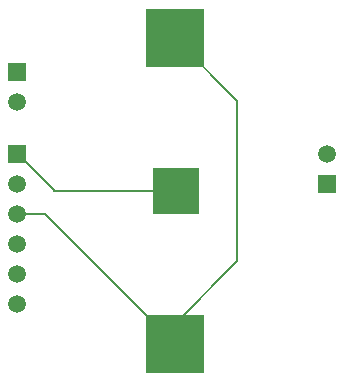
<source format=gbl>
%FSLAX25Y25*%
%MOIN*%
G70*
G01*
G75*
G04 Layer_Physical_Order=2*
G04 Layer_Color=16711680*
%ADD10R,0.19685X0.19685*%
%ADD11R,0.15748X0.15748*%
%ADD12C,0.00787*%
%ADD13R,0.05906X0.05906*%
%ADD14C,0.05906*%
D10*
X14173Y266339D02*
D03*
Y368307D02*
D03*
D11*
X14567Y317323D02*
D03*
D12*
X-29212Y309724D02*
X14173Y266339D01*
X-38386Y309724D02*
X-29212D01*
X14173Y368307D02*
X35039Y347441D01*
Y293996D02*
Y347441D01*
X14173Y266339D02*
Y273130D01*
X35039Y293996D01*
X-38091Y329724D02*
X-25689Y317323D01*
X-38386Y329724D02*
X-38091D01*
X-25984Y317323D02*
X-25689D01*
X14567D01*
D13*
X-38386Y357284D02*
D03*
X-38386Y329724D02*
D03*
X64961Y319724D02*
D03*
D14*
X-38386Y347284D02*
D03*
X-38386Y319724D02*
D03*
Y309724D02*
D03*
Y299724D02*
D03*
Y289724D02*
D03*
Y279724D02*
D03*
X64961Y329724D02*
D03*
M02*

</source>
